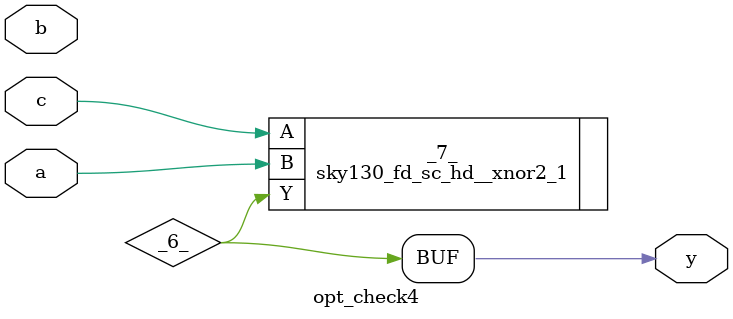
<source format=v>
/* Generated by Yosys 0.57+148 (git sha1 259bd6fb3, g++ 13.3.0-6ubuntu2~24.04 -fPIC -O3) */

(* top =  1  *)
(* src = "/home/ank/Desktop/SoC_Shwetank/verilog_files/opt_check4.v:1.1-3.11" *)
module opt_check4(a, b, c, y);
  (* src = "/home/ank/Desktop/SoC_Shwetank/verilog_files/opt_check4.v:1.26-1.27" *)
  input a;
  wire a;
  (* src = "/home/ank/Desktop/SoC_Shwetank/verilog_files/opt_check4.v:1.36-1.37" *)
  input b;
  wire b;
  (* src = "/home/ank/Desktop/SoC_Shwetank/verilog_files/opt_check4.v:1.46-1.47" *)
  input c;
  wire c;
  (* src = "/home/ank/Desktop/SoC_Shwetank/verilog_files/opt_check4.v:1.57-1.58" *)
  output y;
  wire y;
  wire _0_;
  wire _1_;
  wire _2_;
  (* src = "/home/ank/Desktop/SoC_Shwetank/verilog_files/opt_check4.v:1.26-1.27" *)
  wire _3_;
  (* src = "/home/ank/Desktop/SoC_Shwetank/verilog_files/opt_check4.v:1.36-1.37" *)
  wire _4_;
  (* src = "/home/ank/Desktop/SoC_Shwetank/verilog_files/opt_check4.v:1.46-1.47" *)
  wire _5_;
  (* src = "/home/ank/Desktop/SoC_Shwetank/verilog_files/opt_check4.v:1.57-1.58" *)
  wire _6_;
  sky130_fd_sc_hd__xnor2_1 _7_ (
    .A(_5_),
    .B(_3_),
    .Y(_6_)
  );
  assign _5_ = c;
  assign _3_ = a;
  assign _4_ = b;
  assign y = _6_;
endmodule

</source>
